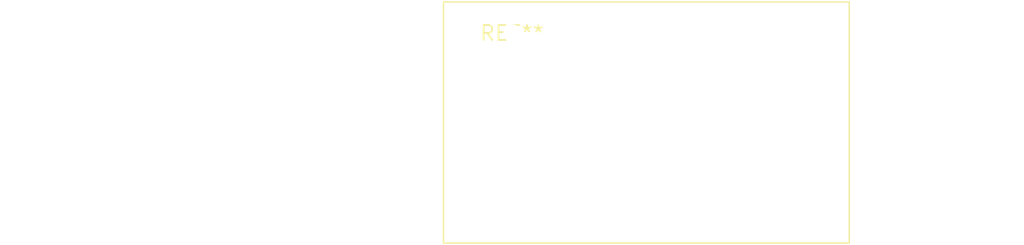
<source format=kicad_pcb>
(kicad_pcb (version 20240108) (generator pcbnew)
  (layers (0 "F.Cu" signal) (31 "B.Cu" signal) (34 "B.Paste" user) (35 "F.Paste" user) (36 "B.SilkS" user "B.Silkscreen") (37 "F.SilkS" user "F.Silkscreen") (38 "B.Mask" user) (39 "F.Mask" user) (44 "Edge.Cuts" user))
  (net 0 "")
  (footprint "L_CommonMode_Toroid_Vertical_L34.3mm_W20.3mm_Px15.24mm_Py22.86mm_Bourns_8100" (layer "F.Cu") (at 0 0)
    (property "Reference" "REF**")
    (property "Value" "L_CommonMode_Toroid_Vertical_L34.3mm_W20.3mm_Px15.24mm_Py22.86mm_Bourns_8100")
    (fp_line (start -5.835 -2.66) (end -5.835 17.9) (layer "F.SilkS") (stroke (width 0.12)))
    (fp_line (start -5.835 -2.66) (end 28.695 -2.66) (layer "F.SilkS") (stroke (width 0.12)))
    (fp_line (start -5.835 17.9) (end 28.695 17.9) (layer "F.SilkS") (stroke (width 0.12)))
    (fp_line (start 28.695 -2.66) (end 28.695 17.9) (layer "F.SilkS") (stroke (width 0.12)))
    (pad "1" thru_hole rect (at 0 0) (size 3 3) (drill 1.5) (layers *.Cu *.Mask) (remove_unused_layers))
    (pad "2" thru_hole circle (at 0 15.24) (size 3 3) (drill 1.5) (layers *.Cu *.Mask) (remove_unused_layers))
    (pad "3" thru_hole circle (at 22.86 15.24) (size 3 3) (drill 1.5) (layers *.Cu *.Mask) (remove_unused_layers))
    (pad "4" thru_hole circle (at 22.86 0) (size 3 3) (drill 1.5) (layers *.Cu *.Mask) (remove_unused_layers))
  )
)
</source>
